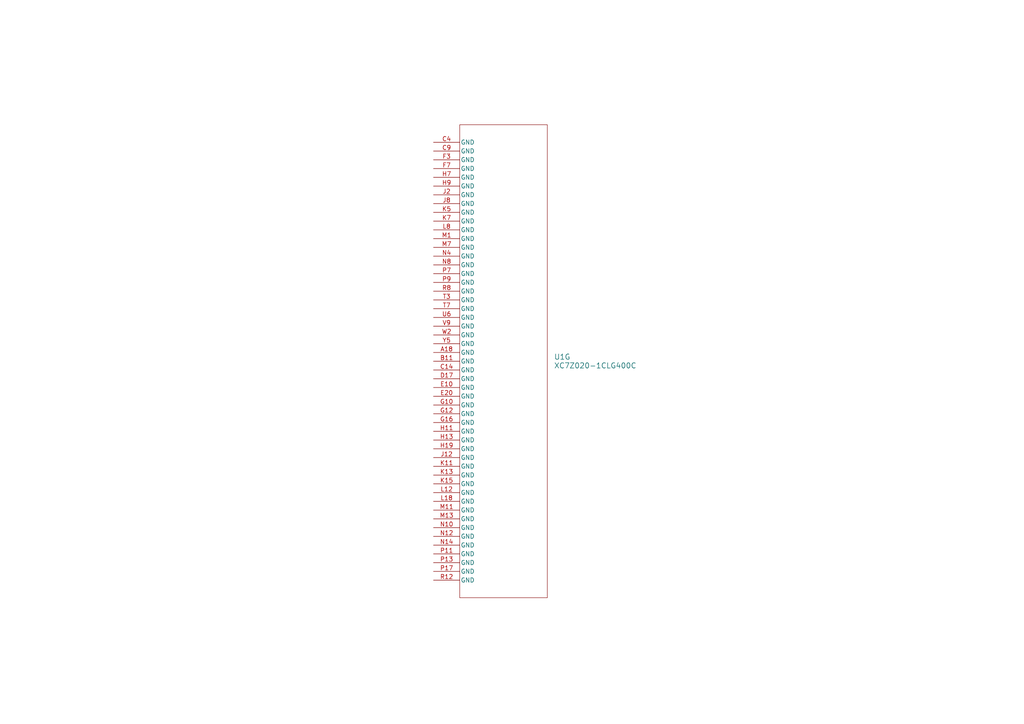
<source format=kicad_sch>
(kicad_sch (version 20231120) (generator "eeschema") (generator_version "8.0")
  (paper "A4")
  (lib_symbols
    (symbol "ZYNC-7020/XC7Z020-1CLG400C:XC7Z020-1CLG400C" (pin_names (offset 0.254))
      (property "Reference" "U" (at 43.18 10.16 0))
      (property "Value" "XC7Z020-1CLG400C" (at 43.18 7.62 0))
      (symbol "XC7Z020-1CLG400C_1_1"
        (polyline (pts (xy 7.62 -91.44) (xy 78.74 -91.44)) (stroke (width 0.127)))
        (polyline (pts (xy 7.62 5.08) (xy 7.62 -91.44)) (stroke (width 0.127)))
        (polyline (pts (xy 78.74 -91.44) (xy 78.74 5.08)) (stroke (width 0.127)))
        (polyline (pts (xy 78.74 5.08) (xy 7.62 5.08)) (stroke (width 0.127)))
        (pin output line (at 86.36 -58.42 180) (length 7.62) (name "PS_DDR_DM0_502") (number "A1"))
        (pin input line (at 0 -12.7 0) (length 7.62) (name "PS_SRST_B_501") (number "B10"))
        (pin output line (at 86.36 -68.58 180) (length 7.62) (name "PS_DDR_DRST_B_502") (number "B4"))
        (pin input line (at 0 -10.16 0) (length 7.62) (name "PS_POR_B_500") (number "C7"))
        (pin output line (at 86.36 -33.02 180) (length 7.62) (name "PS_DDR_A13_502") (number "D4"))
        (pin output line (at 86.36 -30.48 180) (length 7.62) (name "PS_DDR_A12_502") (number "E4"))
        (pin input line (at 0 -7.62 0) (length 7.62) (name "PS_CLK_500") (number "E7"))
        (pin output line (at 86.36 -60.96 180) (length 7.62) (name "PS_DDR_DM1_502") (number "F1"))
        (pin output line (at 86.36 -35.56 180) (length 7.62) (name "PS_DDR_A14_502") (number "F4"))
        (pin output line (at 86.36 -25.4 180) (length 7.62) (name "PS_DDR_A10_502") (number "F5"))
        (pin output line (at 86.36 -86.36 180) (length 7.62) (name "TDO_0") (number "F6"))
        (pin input line (at 0 -15.24 0) (length 7.62) (name "TCK_0") (number "F9"))
        (pin bidirectional line (at 0 -43.18 0) (length 7.62) (name "IO_0_35") (number "G14"))
        (pin output line (at 86.36 -27.94 180) (length 7.62) (name "PS_DDR_A11_502") (number "G4"))
        (pin output line (at 86.36 -76.2 180) (length 7.62) (name "PS_DDR_VRN_502") (number "G5"))
        (pin input line (at 0 -17.78 0) (length 7.62) (name "TDI_0") (number "G6"))
        (pin output line (at 86.36 -78.74 180) (length 7.62) (name "PS_DDR_VRP_502") (number "H5"))
        (pin bidirectional line (at 0 -50.8 0) (length 7.62) (name "IO_25_35") (number "J15"))
        (pin output line (at 86.36 -22.86 180) (length 7.62) (name "PS_DDR_A9_502") (number "J4"))
        (pin output line (at 86.36 -43.18 180) (length 7.62) (name "PS_DDR_BA2_502") (number "J5"))
        (pin input line (at 0 -20.32 0) (length 7.62) (name "TMS_0") (number "J6"))
        (pin output line (at 86.36 -20.32 180) (length 7.62) (name "PS_DDR_A8_502") (number "K1"))
        (pin output line (at 86.36 -2.54 180) (length 7.62) (name "PS_DDR_A1_502") (number "K2"))
        (pin output line (at 86.36 -7.62 180) (length 7.62) (name "PS_DDR_A3_502") (number "K3"))
        (pin output line (at 86.36 -17.78 180) (length 7.62) (name "PS_DDR_A7_502") (number "K4"))
        (pin input line (at 0 -25.4 0) (length 7.62) (name "VP_0") (number "K9"))
        (pin output line (at 86.36 -12.7 180) (length 7.62) (name "PS_DDR_A5_502") (number "L1"))
        (pin input line (at 0 -22.86 0) (length 7.62) (name "VN_0") (number "L10"))
        (pin output line (at 86.36 -53.34 180) (length 7.62) (name "PS_DDR_CKP_502") (number "L2"))
        (pin output line (at 86.36 -15.24 180) (length 7.62) (name "PS_DDR_A6_502") (number "L4"))
        (pin output line (at 86.36 -38.1 180) (length 7.62) (name "PS_DDR_BA0_502") (number "L5"))
        (pin input line (at 0 -5.08 0) (length 7.62) (name "PROGRAM_B_0") (number "L6"))
        (pin unspecified line (at 0 -33.02 0) (length 7.62) (name "DXN_0") (number "M10"))
        (pin output line (at 86.36 -50.8 180) (length 7.62) (name "PS_DDR_CKN_502") (number "M2"))
        (pin output line (at 86.36 -5.08 180) (length 7.62) (name "PS_DDR_A2_502") (number "M3"))
        (pin output line (at 86.36 -10.16 180) (length 7.62) (name "PS_DDR_A4_502") (number "M4"))
        (pin output line (at 86.36 -81.28 180) (length 7.62) (name "PS_DDR_WE_B_502") (number "M5"))
        (pin input line (at 0 0 0) (length 7.62) (name "CFGBVS_0") (number "M6"))
        (pin unspecified line (at 0 -35.56 0) (length 7.62) (name "DXP_0") (number "M9"))
        (pin output line (at 86.36 -55.88 180) (length 7.62) (name "PS_DDR_CS_B_502") (number "N1"))
        (pin output line (at 86.36 0 180) (length 7.62) (name "PS_DDR_A0_502") (number "N2"))
        (pin output line (at 86.36 -48.26 180) (length 7.62) (name "PS_DDR_CKE_502") (number "N3"))
        (pin output line (at 86.36 -71.12 180) (length 7.62) (name "PS_DDR_ODT_502") (number "N5"))
        (pin output line (at 86.36 -73.66 180) (length 7.62) (name "PS_DDR_RAS_B_502") (number "P4"))
        (pin output line (at 86.36 -45.72 180) (length 7.62) (name "PS_DDR_CAS_B_502") (number "P5"))
        (pin bidirectional line (at 0 -2.54 0) (length 7.62) (name "INIT_B_0") (number "R10"))
        (pin bidirectional line (at 0 -30.48 0) (length 7.62) (name "DONE_0") (number "R11"))
        (pin bidirectional line (at 0 -40.64 0) (length 7.62) (name "IO_0_34") (number "R19"))
        (pin output line (at 86.36 -40.64 180) (length 7.62) (name "PS_DDR_BA1_502") (number "R4"))
        (pin output line (at 86.36 -63.5 180) (length 7.62) (name "PS_DDR_DM2_502") (number "T1"))
        (pin bidirectional line (at 0 -48.26 0) (length 7.62) (name "IO_25_34") (number "T19"))
        (pin output line (at 86.36 -66.04 180) (length 7.62) (name "PS_DDR_DM3_502") (number "Y1"))
      )
      (symbol "XC7Z020-1CLG400C_2_1"
        (polyline (pts (xy 7.62 -129.54) (xy 114.3 -129.54)) (stroke (width 0.127)))
        (polyline (pts (xy 7.62 5.08) (xy 7.62 -129.54)) (stroke (width 0.127)))
        (polyline (pts (xy 114.3 -129.54) (xy 114.3 5.08)) (stroke (width 0.127)))
        (polyline (pts (xy 114.3 5.08) (xy 7.62 5.08)) (stroke (width 0.127)))
        (pin bidirectional line (at 121.92 -5.08 180) (length 7.62) (name "IO_L2N_T0_AD8N_35") (number "A20"))
        (pin bidirectional line (at 121.92 -7.62 180) (length 7.62) (name "IO_L2P_T0_AD8P_35") (number "B19"))
        (pin bidirectional line (at 121.92 0 180) (length 7.62) (name "IO_L1N_T0_AD0N_35") (number "B20"))
        (pin bidirectional line (at 121.92 -2.54 180) (length 7.62) (name "IO_L1P_T0_AD0P_35") (number "C20"))
        (pin bidirectional line (at 121.92 -10.16 180) (length 7.62) (name "IO_L3N_T0_DQS_AD1N_35") (number "D18"))
        (pin bidirectional line (at 0 -22.86 0) (length 7.62) (name "IO_L4P_T0_35") (number "D19"))
        (pin bidirectional line (at 0 -17.78 0) (length 7.62) (name "IO_L4N_T0_35") (number "D20"))
        (pin bidirectional line (at 121.92 -12.7 180) (length 7.62) (name "IO_L3P_T0_DQS_AD1P_35") (number "E17"))
        (pin bidirectional line (at 121.92 -17.78 180) (length 7.62) (name "IO_L5P_T0_AD9P_35") (number "E18"))
        (pin bidirectional line (at 121.92 -15.24 180) (length 7.62) (name "IO_L5N_T0_AD9N_35") (number "E19"))
        (pin bidirectional line (at 0 -33.02 0) (length 7.62) (name "IO_L6P_T0_35") (number "F16"))
        (pin bidirectional line (at 121.92 -48.26 180) (length 7.62) (name "IO_L15P_T2_DQS_AD12P_35") (number "F19"))
        (pin bidirectional line (at 121.92 -45.72 180) (length 7.62) (name "IO_L15N_T2_DQS_AD12N_35") (number "F20"))
        (pin bidirectional line (at 121.92 -88.9 180) (length 7.62) (name "IO_L16P_T2_35") (number "G17"))
        (pin bidirectional line (at 121.92 -81.28 180) (length 7.62) (name "IO_L16N_T2_35") (number "G18"))
        (pin bidirectional line (at 121.92 -58.42 180) (length 7.62) (name "IO_L18P_T2_AD13P_35") (number "G19"))
        (pin bidirectional line (at 121.92 -55.88 180) (length 7.62) (name "IO_L18N_T2_AD13N_35") (number "G20"))
        (pin bidirectional line (at 121.92 -116.84 180) (length 7.62) (name "IO_L19P_T3_35") (number "H15"))
        (pin bidirectional line (at 0 -99.06 0) (length 7.62) (name "IO_L13P_T2_MRCC_35") (number "H16"))
        (pin bidirectional line (at 0 -91.44 0) (length 7.62) (name "IO_L13N_T2_MRCC_35") (number "H17"))
        (pin bidirectional line (at 121.92 -40.64 180) (length 7.62) (name "IO_L14N_T2_AD4N_SRCC_35") (number "H18"))
        (pin bidirectional line (at 121.92 -50.8 180) (length 7.62) (name "IO_L17N_T2_AD5N_35") (number "H20"))
        (pin bidirectional line (at 121.92 -60.96 180) (length 7.62) (name "IO_L20N_T3_AD6N_35") (number "J14"))
        (pin bidirectional line (at 121.92 -76.2 180) (length 7.62) (name "IO_L24N_T3_AD15N_35") (number "J16"))
        (pin bidirectional line (at 121.92 -43.18 180) (length 7.62) (name "IO_L14P_T2_AD4P_SRCC_35") (number "J18"))
        (pin bidirectional line (at 121.92 -35.56 180) (length 7.62) (name "IO_L10N_T1_AD11N_35") (number "J19"))
        (pin bidirectional line (at 121.92 -53.34 180) (length 7.62) (name "IO_L17P_T2_AD5P_35") (number "J20"))
        (pin bidirectional line (at 121.92 -63.5 180) (length 7.62) (name "IO_L20P_T3_AD6P_35") (number "K14"))
        (pin bidirectional line (at 121.92 -78.74 180) (length 7.62) (name "IO_L24P_T3_AD15P_35") (number "K16"))
        (pin bidirectional line (at 0 -83.82 0) (length 7.62) (name "IO_L12P_T1_MRCC_35") (number "K17"))
        (pin bidirectional line (at 0 -76.2 0) (length 7.62) (name "IO_L12N_T1_MRCC_35") (number "K18"))
        (pin bidirectional line (at 121.92 -38.1 180) (length 7.62) (name "IO_L10P_T1_AD11P_35") (number "K19"))
        (pin bidirectional line (at 121.92 -73.66 180) (length 7.62) (name "IO_L22P_T3_AD7P_35") (number "L14"))
        (pin bidirectional line (at 121.92 -71.12 180) (length 7.62) (name "IO_L22N_T3_AD7N_35") (number "L15"))
        (pin bidirectional line (at 0 -68.58 0) (length 7.62) (name "IO_L11P_T1_SRCC_35") (number "L16"))
        (pin bidirectional line (at 0 -60.96 0) (length 7.62) (name "IO_L11N_T1_SRCC_35") (number "L17"))
        (pin bidirectional line (at 121.92 -33.02 180) (length 7.62) (name "IO_L9P_T1_DQS_AD3P_35") (number "L19"))
        (pin bidirectional line (at 121.92 -30.48 180) (length 7.62) (name "IO_L9N_T1_DQS_AD3N_35") (number "L20"))
        (pin bidirectional line (at 121.92 -27.94 180) (length 7.62) (name "IO_L8P_T1_AD10P_35") (number "M17"))
        (pin bidirectional line (at 121.92 -25.4 180) (length 7.62) (name "IO_L8N_T1_AD10N_35") (number "M18"))
        (pin bidirectional line (at 121.92 -22.86 180) (length 7.62) (name "IO_L7P_T1_AD2P_35") (number "M19"))
        (pin bidirectional line (at 121.92 -20.32 180) (length 7.62) (name "IO_L7N_T1_AD2N_35") (number "M20"))
        (pin bidirectional line (at 121.92 -68.58 180) (length 7.62) (name "IO_L21P_T3_DQS_AD14P_35") (number "N15"))
        (pin bidirectional line (at 121.92 -66.04 180) (length 7.62) (name "IO_L21N_T3_DQS_AD14N_35") (number "N16"))
        (pin bidirectional line (at 0 -96.52 0) (length 7.62) (name "IO_L13P_T2_MRCC_34") (number "N18"))
        (pin bidirectional line (at 0 -109.22 0) (length 7.62) (name "IO_L14P_T2_SRCC_34") (number "N20"))
        (pin bidirectional line (at 0 -30.48 0) (length 7.62) (name "IO_L6P_T0_34") (number "P14"))
        (pin bidirectional line (at 0 -88.9 0) (length 7.62) (name "IO_L13N_T2_MRCC_34") (number "P19"))
        (pin bidirectional line (at 0 -104.14 0) (length 7.62) (name "IO_L14N_T2_SRCC_34") (number "P20"))
        (pin bidirectional line (at 121.92 -114.3 180) (length 7.62) (name "IO_L19P_T3_34") (number "R16"))
        (pin bidirectional line (at 121.92 -121.92 180) (length 7.62) (name "IO_L20N_T3_34") (number "R18"))
        (pin bidirectional line (at 0 0 0) (length 7.62) (name "IO_L1N_T0_34") (number "T10"))
        (pin bidirectional line (at 0 -2.54 0) (length 7.62) (name "IO_L1P_T0_34") (number "T11"))
        (pin bidirectional line (at 0 -7.62 0) (length 7.62) (name "IO_L2P_T0_34") (number "T12"))
        (pin bidirectional line (at 0 -27.94 0) (length 7.62) (name "IO_L5P_T0_34") (number "T14"))
        (pin bidirectional line (at 0 -25.4 0) (length 7.62) (name "IO_L5N_T0_34") (number "T15"))
        (pin bidirectional line (at 0 -48.26 0) (length 7.62) (name "IO_L9P_T1_DQS_34") (number "T16"))
        (pin bidirectional line (at 0 -119.38 0) (length 7.62) (name "IO_L15P_T2_DQS_34") (number "T20"))
        (pin bidirectional line (at 121.92 -111.76 180) (length 7.62) (name "IO_L19P_T3_13") (number "T5"))
        (pin bidirectional line (at 0 -78.74 0) (length 7.62) (name "IO_L12P_T1_MRCC_13") (number "T9"))
        (pin bidirectional line (at 0 -71.12 0) (length 7.62) (name "IO_L12N_T1_MRCC_13") (number "U10"))
        (pin bidirectional line (at 0 -5.08 0) (length 7.62) (name "IO_L2N_T0_34") (number "U12"))
        (pin bidirectional line (at 0 -12.7 0) (length 7.62) (name "IO_L3P_T0_DQS_PUDC_B_34") (number "U13"))
        (pin bidirectional line (at 0 -66.04 0) (length 7.62) (name "IO_L11P_T1_SRCC_34") (number "U14"))
        (pin bidirectional line (at 0 -58.42 0) (length 7.62) (name "IO_L11N_T1_SRCC_34") (number "U15"))
        (pin bidirectional line (at 0 -45.72 0) (length 7.62) (name "IO_L9N_T1_DQS_34") (number "U17"))
        (pin bidirectional line (at 0 -81.28 0) (length 7.62) (name "IO_L12P_T1_MRCC_34") (number "U18"))
        (pin bidirectional line (at 0 -73.66 0) (length 7.62) (name "IO_L12N_T1_MRCC_34") (number "U19"))
        (pin bidirectional line (at 0 -114.3 0) (length 7.62) (name "IO_L15N_T2_DQS_34") (number "U20"))
        (pin bidirectional line (at 0 -63.5 0) (length 7.62) (name "IO_L11P_T1_SRCC_13") (number "U7"))
        (pin bidirectional line (at 121.92 -91.44 180) (length 7.62) (name "IO_L17N_T2_13") (number "U8"))
        (pin bidirectional line (at 121.92 -96.52 180) (length 7.62) (name "IO_L17P_T2_13") (number "U9"))
        (pin bidirectional line (at 0 -20.32 0) (length 7.62) (name "IO_L4P_T0_34") (number "V12"))
        (pin bidirectional line (at 0 -10.16 0) (length 7.62) (name "IO_L3N_T0_DQS_34") (number "V13"))
        (pin bidirectional line (at 0 -53.34 0) (length 7.62) (name "IO_L10P_T1_34") (number "V15"))
        (pin bidirectional line (at 121.92 -109.22 180) (length 7.62) (name "IO_L18P_T2_34") (number "V16"))
        (pin bidirectional line (at 121.92 -86.36 180) (length 7.62) (name "IO_L16P_T2_34") (number "V20"))
        (pin bidirectional line (at 0 -55.88 0) (length 7.62) (name "IO_L11N_T1_SRCC_13") (number "V7"))
        (pin bidirectional line (at 0 -116.84 0) (length 7.62) (name "IO_L15P_T2_DQS_13") (number "V8"))
        (pin bidirectional line (at 121.92 -83.82 180) (length 7.62) (name "IO_L16P_T2_13") (number "W10"))
        (pin bidirectional line (at 121.92 -106.68 180) (length 7.62) (name "IO_L18P_T2_13") (number "W11"))
        (pin bidirectional line (at 0 -15.24 0) (length 7.62) (name "IO_L4N_T0_34") (number "W13"))
        (pin bidirectional line (at 0 -43.18 0) (length 7.62) (name "IO_L8P_T1_34") (number "W14"))
        (pin bidirectional line (at 0 -50.8 0) (length 7.62) (name "IO_L10N_T1_34") (number "W15"))
        (pin bidirectional line (at 121.92 -104.14 180) (length 7.62) (name "IO_L18N_T2_34") (number "W16"))
        (pin bidirectional line (at 0 -124.46 0) (length 7.62) (name "IO_L16N_T2_34") (number "W20"))
        (pin bidirectional line (at 0 -111.76 0) (length 7.62) (name "IO_L15N_T2_DQS_13") (number "W8"))
        (pin bidirectional line (at 0 -121.92 0) (length 7.62) (name "IO_L16N_T2_13") (number "W9"))
        (pin bidirectional line (at 121.92 -101.6 180) (length 7.62) (name "IO_L18N_T2_13") (number "Y11"))
        (pin bidirectional line (at 121.92 -124.46 180) (length 7.62) (name "IO_L20P_T3_13") (number "Y12"))
        (pin bidirectional line (at 121.92 -119.38 180) (length 7.62) (name "IO_L20N_T3_13") (number "Y13"))
        (pin bidirectional line (at 0 -40.64 0) (length 7.62) (name "IO_L8N_T1_34") (number "Y14"))
        (pin bidirectional line (at 0 -38.1 0) (length 7.62) (name "IO_L7P_T1_34") (number "Y16"))
        (pin bidirectional line (at 0 -35.56 0) (length 7.62) (name "IO_L7N_T1_34") (number "Y17"))
        (pin bidirectional line (at 121.92 -99.06 180) (length 7.62) (name "IO_L17P_T2_34") (number "Y18"))
        (pin bidirectional line (at 121.92 -93.98 180) (length 7.62) (name "IO_L17N_T2_34") (number "Y19"))
        (pin bidirectional line (at 0 -86.36 0) (length 7.62) (name "IO_L13N_T2_MRCC_13") (number "Y6"))
        (pin bidirectional line (at 0 -93.98 0) (length 7.62) (name "IO_L13P_T2_MRCC_13") (number "Y7"))
        (pin bidirectional line (at 0 -101.6 0) (length 7.62) (name "IO_L14N_T2_SRCC_13") (number "Y8"))
        (pin bidirectional line (at 0 -106.68 0) (length 7.62) (name "IO_L14P_T2_SRCC_13") (number "Y9"))
      )
      (symbol "XC7Z020-1CLG400C_3_1"
        (polyline (pts (xy 7.62 -129.54) (xy 88.9 -129.54)) (stroke (width 0.127)))
        (polyline (pts (xy 7.62 5.08) (xy 7.62 -129.54)) (stroke (width 0.127)))
        (polyline (pts (xy 88.9 -129.54) (xy 88.9 5.08)) (stroke (width 0.127)))
        (polyline (pts (xy 88.9 5.08) (xy 7.62 5.08)) (stroke (width 0.127)))
        (pin bidirectional line (at 96.52 -106.68 180) (length 7.62) (name "PS_MIO37_501") (number "A10"))
        (pin bidirectional line (at 96.52 -104.14 180) (length 7.62) (name "PS_MIO36_501") (number "A11"))
        (pin bidirectional line (at 96.52 -99.06 180) (length 7.62) (name "PS_MIO34_501") (number "A12"))
        (pin bidirectional line (at 96.52 -93.98 180) (length 7.62) (name "PS_MIO32_501") (number "A14"))
        (pin bidirectional line (at 96.52 -78.74 180) (length 7.62) (name "PS_MIO26_501") (number "A15"))
        (pin bidirectional line (at 96.52 -73.66 180) (length 7.62) (name "PS_MIO24_501") (number "A16"))
        (pin bidirectional line (at 96.52 -63.5 180) (length 7.62) (name "PS_MIO20_501") (number "A17"))
        (pin bidirectional line (at 96.52 -53.34 180) (length 7.62) (name "PS_MIO16_501") (number "A19"))
        (pin bidirectional line (at 0 -43.18 0) (length 7.62) (name "PS_DDR_DQ2_502") (number "A2"))
        (pin bidirectional line (at 0 -45.72 0) (length 7.62) (name "PS_DDR_DQ3_502") (number "A4"))
        (pin bidirectional line (at 96.52 -27.94 180) (length 7.62) (name "PS_MIO6_500") (number "A5"))
        (pin bidirectional line (at 96.52 -25.4 180) (length 7.62) (name "PS_MIO5_500") (number "A6"))
        (pin bidirectional line (at 96.52 -15.24 180) (length 7.62) (name "PS_MIO1_500") (number "A7"))
        (pin bidirectional line (at 96.52 -121.92 180) (length 7.62) (name "PS_MIO43_501") (number "A9"))
        (pin bidirectional line (at 96.52 -68.58 180) (length 7.62) (name "PS_MIO22_501") (number "B17"))
        (pin bidirectional line (at 96.52 -58.42 180) (length 7.62) (name "PS_MIO18_501") (number "B18"))
        (pin bidirectional line (at 0 -119.38 0) (length 7.62) (name "PS_DDR_DQS_N0_502") (number "B2"))
        (pin bidirectional line (at 0 -40.64 0) (length 7.62) (name "PS_DDR_DQ1_502") (number "B3"))
        (pin bidirectional line (at 96.52 -35.56 180) (length 7.62) (name "PS_MIO9_500") (number "B5"))
        (pin bidirectional line (at 96.52 -22.86 180) (length 7.62) (name "PS_MIO4_500") (number "B7"))
        (pin bidirectional line (at 96.52 -17.78 180) (length 7.62) (name "PS_MIO2_500") (number "B8"))
        (pin bidirectional line (at 0 -53.34 0) (length 7.62) (name "PS_DDR_DQ6_502") (number "C1"))
        (pin bidirectional line (at 96.52 -86.36 180) (length 7.62) (name "PS_MIO29_501") (number "C13"))
        (pin bidirectional line (at 96.52 -88.9 180) (length 7.62) (name "PS_MIO30_501") (number "C15"))
        (pin bidirectional line (at 96.52 -83.82 180) (length 7.62) (name "PS_MIO28_501") (number "C16"))
        (pin bidirectional line (at 96.52 -116.84 180) (length 7.62) (name "PS_MIO41_501") (number "C17"))
        (pin bidirectional line (at 96.52 -111.76 180) (length 7.62) (name "PS_MIO39_501") (number "C18"))
        (pin bidirectional line (at 96.52 -2.54 180) (length 7.62) (name "PS_DDR_DQS_P0_502") (number "C2"))
        (pin bidirectional line (at 0 -38.1 0) (length 7.62) (name "PS_DDR_DQ0_502") (number "C3"))
        (pin bidirectional line (at 96.52 -48.26 180) (length 7.62) (name "PS_MIO14_500") (number "C5"))
        (pin bidirectional line (at 96.52 -40.64 180) (length 7.62) (name "PS_MIO11_500") (number "C6"))
        (pin bidirectional line (at 96.52 -50.8 180) (length 7.62) (name "PS_MIO15_500") (number "C8"))
        (pin bidirectional line (at 0 -50.8 0) (length 7.62) (name "PS_DDR_DQ5_502") (number "D1"))
        (pin bidirectional line (at 96.52 -60.96 180) (length 7.62) (name "PS_MIO19_501") (number "D10"))
        (pin bidirectional line (at 96.52 -71.12 180) (length 7.62) (name "PS_MIO23_501") (number "D11"))
        (pin bidirectional line (at 96.52 -81.28 180) (length 7.62) (name "PS_MIO27_501") (number "D13"))
        (pin bidirectional line (at 96.52 -114.3 180) (length 7.62) (name "PS_MIO40_501") (number "D14"))
        (pin bidirectional line (at 96.52 -96.52 180) (length 7.62) (name "PS_MIO33_501") (number "D15"))
        (pin bidirectional line (at 0 -48.26 0) (length 7.62) (name "PS_DDR_DQ4_502") (number "D3"))
        (pin bidirectional line (at 96.52 -33.02 180) (length 7.62) (name "PS_MIO8_500") (number "D5"))
        (pin bidirectional line (at 96.52 -20.32 180) (length 7.62) (name "PS_MIO3_500") (number "D6"))
        (pin bidirectional line (at 96.52 -30.48 180) (length 7.62) (name "PS_MIO7_500") (number "D8"))
        (pin bidirectional line (at 96.52 -43.18 180) (length 7.62) (name "PS_MIO12_500") (number "D9"))
        (pin bidirectional line (at 0 -55.88 0) (length 7.62) (name "PS_DDR_DQ7_502") (number "E1"))
        (pin bidirectional line (at 96.52 -119.38 180) (length 7.62) (name "PS_MIO42_501") (number "E12"))
        (pin bidirectional line (at 96.52 -109.22 180) (length 7.62) (name "PS_MIO38_501") (number "E13"))
        (pin bidirectional line (at 96.52 -55.88 180) (length 7.62) (name "PS_MIO17_501") (number "E14"))
        (pin bidirectional line (at 96.52 -91.44 180) (length 7.62) (name "PS_MIO31_501") (number "E16"))
        (pin bidirectional line (at 0 -58.42 0) (length 7.62) (name "PS_DDR_DQ8_502") (number "E2"))
        (pin bidirectional line (at 0 -60.96 0) (length 7.62) (name "PS_DDR_DQ9_502") (number "E3"))
        (pin bidirectional line (at 96.52 -12.7 180) (length 7.62) (name "PS_MIO0_500") (number "E6"))
        (pin bidirectional line (at 96.52 -45.72 180) (length 7.62) (name "PS_MIO13_500") (number "E8"))
        (pin bidirectional line (at 96.52 -38.1 180) (length 7.62) (name "PS_MIO10_500") (number "E9"))
        (pin bidirectional line (at 96.52 -101.6 180) (length 7.62) (name "PS_MIO35_501") (number "F12"))
        (pin bidirectional line (at 96.52 -124.46 180) (length 7.62) (name "PS_MIO44_501") (number "F13"))
        (pin bidirectional line (at 96.52 -66.04 180) (length 7.62) (name "PS_MIO21_501") (number "F14"))
        (pin bidirectional line (at 96.52 -76.2 180) (length 7.62) (name "PS_MIO25_501") (number "F15"))
        (pin bidirectional line (at 0 -121.92 0) (length 7.62) (name "PS_DDR_DQS_N1_502") (number "F2"))
        (pin bidirectional line (at 96.52 -5.08 180) (length 7.62) (name "PS_DDR_DQS_P1_502") (number "G2"))
        (pin bidirectional line (at 0 -63.5 0) (length 7.62) (name "PS_DDR_DQ10_502") (number "G3"))
        (pin bidirectional line (at 0 -73.66 0) (length 7.62) (name "PS_DDR_DQ14_502") (number "H1"))
        (pin bidirectional line (at 0 -71.12 0) (length 7.62) (name "PS_DDR_DQ13_502") (number "H2"))
        (pin bidirectional line (at 0 -66.04 0) (length 7.62) (name "PS_DDR_DQ11_502") (number "H3"))
        (pin bidirectional line (at 0 -76.2 0) (length 7.62) (name "PS_DDR_DQ15_502") (number "J1"))
        (pin bidirectional line (at 0 -68.58 0) (length 7.62) (name "PS_DDR_DQ12_502") (number "J3"))
        (pin bidirectional line (at 0 -30.48 0) (length 7.62) (name "IO_L23P_T3_35") (number "M14"))
        (pin bidirectional line (at 0 -25.4 0) (length 7.62) (name "IO_L23N_T3_35") (number "M15"))
        (pin bidirectional line (at 0 -27.94 0) (length 7.62) (name "IO_L23P_T3_34") (number "N17"))
        (pin bidirectional line (at 0 -78.74 0) (length 7.62) (name "PS_DDR_DQ16_502") (number "P1"))
        (pin bidirectional line (at 0 -35.56 0) (length 7.62) (name "IO_L24P_T3_34") (number "P15"))
        (pin bidirectional line (at 0 -33.02 0) (length 7.62) (name "IO_L24N_T3_34") (number "P16"))
        (pin bidirectional line (at 0 -22.86 0) (length 7.62) (name "IO_L23N_T3_34") (number "P18"))
        (pin bidirectional line (at 0 -81.28 0) (length 7.62) (name "PS_DDR_DQ17_502") (number "P3"))
        (pin bidirectional line (at 0 -86.36 0) (length 7.62) (name "PS_DDR_DQ19_502") (number "R1"))
        (pin bidirectional line (at 96.52 -7.62 180) (length 7.62) (name "PS_DDR_DQS_P2_502") (number "R2"))
        (pin bidirectional line (at 0 -83.82 0) (length 7.62) (name "PS_DDR_DQ18_502") (number "R3"))
        (pin bidirectional line (at 0 0 0) (length 7.62) (name "IO_L20P_T3_34") (number "T17"))
        (pin bidirectional line (at 0 -124.46 0) (length 7.62) (name "PS_DDR_DQS_N2_502") (number "T2"))
        (pin bidirectional line (at 0 -88.9 0) (length 7.62) (name "PS_DDR_DQ20_502") (number "T4"))
        (pin bidirectional line (at 0 -93.98 0) (length 7.62) (name "PS_DDR_DQ22_502") (number "U2"))
        (pin bidirectional line (at 0 -96.52 0) (length 7.62) (name "PS_DDR_DQ23_502") (number "U3"))
        (pin bidirectional line (at 0 -91.44 0) (length 7.62) (name "PS_DDR_DQ21_502") (number "U4"))
        (pin bidirectional line (at 0 -99.06 0) (length 7.62) (name "PS_DDR_DQ24_502") (number "V1"))
        (pin bidirectional line (at 0 -2.54 0) (length 7.62) (name "IO_L21N_T3_DQS_13") (number "V10"))
        (pin bidirectional line (at 0 -7.62 0) (length 7.62) (name "IO_L21P_T3_DQS_13") (number "V11"))
        (pin bidirectional line (at 0 -10.16 0) (length 7.62) (name "IO_L21P_T3_DQS_34") (number "V17"))
        (pin bidirectional line (at 0 -5.08 0) (length 7.62) (name "IO_L21N_T3_DQS_34") (number "V18"))
        (pin bidirectional line (at 0 -114.3 0) (length 7.62) (name "PS_DDR_DQ30_502") (number "V2"))
        (pin bidirectional line (at 0 -116.84 0) (length 7.62) (name "PS_DDR_DQ31_502") (number "V3"))
        (pin bidirectional line (at 0 -17.78 0) (length 7.62) (name "IO_L22P_T3_13") (number "V6"))
        (pin bidirectional line (at 0 -104.14 0) (length 7.62) (name "PS_DDR_DQ26_502") (number "W1"))
        (pin bidirectional line (at 0 -20.32 0) (length 7.62) (name "IO_L22P_T3_34") (number "W18"))
        (pin bidirectional line (at 0 -15.24 0) (length 7.62) (name "IO_L22N_T3_34") (number "W19"))
        (pin bidirectional line (at 0 -111.76 0) (length 7.62) (name "PS_DDR_DQ29_502") (number "W3"))
        (pin bidirectional line (at 96.52 0 180) (length 7.62) (name "PS_DDR_DQS_N3_502") (number "W4"))
        (pin bidirectional line (at 96.52 -10.16 180) (length 7.62) (name "PS_DDR_DQS_P3_502") (number "W5"))
        (pin bidirectional line (at 0 -12.7 0) (length 7.62) (name "IO_L22N_T3_13") (number "W6"))
        (pin bidirectional line (at 0 -109.22 0) (length 7.62) (name "PS_DDR_DQ28_502") (number "Y2"))
        (pin bidirectional line (at 0 -101.6 0) (length 7.62) (name "PS_DDR_DQ25_502") (number "Y3"))
        (pin bidirectional line (at 0 -106.68 0) (length 7.62) (name "PS_DDR_DQ27_502") (number "Y4"))
      )
      (symbol "XC7Z020-1CLG400C_4_1"
        (polyline (pts (xy 7.62 -25.4) (xy 43.18 -25.4)) (stroke (width 0.127)))
        (polyline (pts (xy 7.62 5.08) (xy 7.62 -25.4)) (stroke (width 0.127)))
        (polyline (pts (xy 43.18 -25.4) (xy 43.18 5.08)) (stroke (width 0.127)))
        (polyline (pts (xy 43.18 5.08) (xy 7.62 5.08)) (stroke (width 0.127)))
        (pin bidirectional line (at 0 -7.62 0) (length 7.62) (name "PS_MIO48_501") (number "B12"))
        (pin bidirectional line (at 0 -12.7 0) (length 7.62) (name "PS_MIO50_501") (number "B13"))
        (pin bidirectional line (at 0 -5.08 0) (length 7.62) (name "PS_MIO47_501") (number "B14"))
        (pin bidirectional line (at 0 0 0) (length 7.62) (name "PS_MIO45_501") (number "B15"))
        (pin bidirectional line (at 0 -15.24 0) (length 7.62) (name "PS_MIO51_501") (number "B9"))
        (pin bidirectional line (at 0 -17.78 0) (length 7.62) (name "PS_MIO52_501") (number "C10"))
        (pin bidirectional line (at 0 -20.32 0) (length 7.62) (name "PS_MIO53_501") (number "C11"))
        (pin bidirectional line (at 0 -10.16 0) (length 7.62) (name "PS_MIO49_501") (number "C12"))
        (pin bidirectional line (at 0 -2.54 0) (length 7.62) (name "PS_MIO46_501") (number "D16"))
      )
      (symbol "XC7Z020-1CLG400C_5_1"
        (polyline (pts (xy 7.62 -101.6) (xy 53.34 -101.6)) (stroke (width 0.127)))
        (polyline (pts (xy 7.62 7.62) (xy 7.62 -101.6)) (stroke (width 0.127)))
        (polyline (pts (xy 53.34 -101.6) (xy 53.34 7.62)) (stroke (width 0.127)))
        (polyline (pts (xy 53.34 7.62) (xy 7.62 7.62)) (stroke (width 0.127)))
        (pin power_in line (at 0 -25.4 0) (length 7.62) (name "PS_MIO_VREF_501") (number "E11"))
        (pin power_in line (at 0 -60.96 0) (length 7.62) (name "VCCBATT_0") (number "F11"))
        (pin bidirectional line (at 0 -5.08 0) (length 7.62) (name "IO_L6N_T0_VREF_35") (number "F17"))
        (pin power_in line (at 0 -63.5 0) (length 7.62) (name "VCCBRAM") (number "G11"))
        (pin power_in line (at 0 -71.12 0) (length 7.62) (name "VCCINT") (number "G13"))
        (pin bidirectional line (at 0 -12.7 0) (length 7.62) (name "IO_L19N_T3_VREF_35") (number "G15"))
        (pin power_in line (at 0 -66.04 0) (length 7.62) (name "VCCBRAM") (number "H10"))
        (pin power_in line (at 0 -73.66 0) (length 7.62) (name "VCCINT") (number "H12"))
        (pin power_in line (at 0 -17.78 0) (length 7.62) (name "PS_DDR_VREF0_502") (number "H6"))
        (pin power_in line (at 0 -48.26 0) (length 7.62) (name "VCCAUX") (number "J11"))
        (pin power_in line (at 0 -76.2 0) (length 7.62) (name "VCCINT") (number "J13"))
        (pin power_in line (at 0 -40.64 0) (length 7.62) (name "VCCADC_0") (number "J9"))
        (pin power_in line (at 0 -78.74 0) (length 7.62) (name "VCCINT") (number "K12"))
        (pin power_in line (at 0 -96.52 0) (length 7.62) (name "VCCO_0") (number "K6"))
        (pin power_in line (at 0 -50.8 0) (length 7.62) (name "VCCAUX") (number "L11"))
        (pin power_in line (at 0 -81.28 0) (length 7.62) (name "VCCINT") (number "L13"))
        (pin power_in line (at 0 -83.82 0) (length 7.62) (name "VCCINT") (number "M12"))
        (pin power_in line (at 0 -53.34 0) (length 7.62) (name "VCCAUX") (number "N11"))
        (pin power_in line (at 0 -86.36 0) (length 7.62) (name "VCCINT") (number "N13"))
        (pin power_in line (at 0 -35.56 0) (length 7.62) (name "RSVDVCC3") (number "N6"))
        (pin power_in line (at 0 -43.18 0) (length 7.62) (name "VCCAUX") (number "N9"))
        (pin power_in line (at 0 -55.88 0) (length 7.62) (name "VCCAUX") (number "P10"))
        (pin power_in line (at 0 -88.9 0) (length 7.62) (name "VCCINT") (number "P12"))
        (pin power_in line (at 0 -20.32 0) (length 7.62) (name "PS_DDR_VREF1_502") (number "P6"))
        (pin power_in line (at 0 -91.44 0) (length 7.62) (name "VCCINT") (number "R13"))
        (pin bidirectional line (at 0 -2.54 0) (length 7.62) (name "IO_L6N_T0_VREF_34") (number "R14"))
        (pin bidirectional line (at 0 -10.16 0) (length 7.62) (name "IO_L19N_T3_VREF_34") (number "R17"))
        (pin power_in line (at 0 -33.02 0) (length 7.62) (name "RSVDVCC2") (number "R6"))
        (pin power_in line (at 0 -45.72 0) (length 7.62) (name "VCCAUX") (number "R9"))
        (pin power_in line (at 0 -30.48 0) (length 7.62) (name "RSVDVCC1") (number "T6"))
        (pin bidirectional line (at 0 -7.62 0) (length 7.62) (name "IO_L19N_T3_VREF_13") (number "U5"))
        (pin bidirectional line (at 0 0 0) (length 7.62) (name "IO_L6N_T0_VREF_13") (number "V5"))
      )
      (symbol "XC7Z020-1CLG400C_6_1"
        (polyline (pts (xy 7.62 -132.08) (xy 43.18 -132.08)) (stroke (width 0.127)))
        (polyline (pts (xy 7.62 5.08) (xy 7.62 -132.08)) (stroke (width 0.127)))
        (polyline (pts (xy 43.18 -132.08) (xy 43.18 5.08)) (stroke (width 0.127)))
        (polyline (pts (xy 43.18 5.08) (xy 7.62 5.08)) (stroke (width 0.127)))
        (pin power_in line (at 0 -71.12 0) (length 7.62) (name "VCCO_MIO1_501") (number "A13"))
        (pin power_in line (at 0 -40.64 0) (length 7.62) (name "VCCO_DDR_502") (number "A3"))
        (pin power_out line (at 0 -124.46 0) (length 7.62) (name "GND") (number "A8"))
        (pin power_out line (at 0 -127 0) (length 7.62) (name "GND") (number "B1"))
        (pin power_in line (at 0 -73.66 0) (length 7.62) (name "VCCO_MIO1_501") (number "B16"))
        (pin power_in line (at 0 -66.04 0) (length 7.62) (name "VCCO_MIO0_500") (number "B6"))
        (pin power_in line (at 0 -25.4 0) (length 7.62) (name "VCCO_35") (number "C19"))
        (pin power_in line (at 0 -76.2 0) (length 7.62) (name "VCCO_MIO1_501") (number "D12"))
        (pin power_in line (at 0 -43.18 0) (length 7.62) (name "VCCO_DDR_502") (number "D2"))
        (pin power_in line (at 0 -68.58 0) (length 7.62) (name "VCCO_MIO0_500") (number "D7"))
        (pin power_in line (at 0 -78.74 0) (length 7.62) (name "VCCO_MIO1_501") (number "E15"))
        (pin power_in line (at 0 -45.72 0) (length 7.62) (name "VCCO_DDR_502") (number "E5"))
        (pin power_in line (at 0 -27.94 0) (length 7.62) (name "VCCO_35") (number "F18"))
        (pin power_in line (at 0 -83.82 0) (length 7.62) (name "VCCPAUX") (number "F8"))
        (pin power_in line (at 0 -48.26 0) (length 7.62) (name "VCCO_DDR_502") (number "G1"))
        (pin power_in line (at 0 -96.52 0) (length 7.62) (name "VCCPINT") (number "G7"))
        (pin power_in line (at 0 -111.76 0) (length 7.62) (name "VCCPLL") (number "G8"))
        (pin power_in line (at 0 -86.36 0) (length 7.62) (name "VCCPAUX") (number "G9"))
        (pin power_in line (at 0 -30.48 0) (length 7.62) (name "VCCO_35") (number "H14"))
        (pin power_in line (at 0 -50.8 0) (length 7.62) (name "VCCO_DDR_502") (number "H4"))
        (pin power_in line (at 0 -88.9 0) (length 7.62) (name "VCCPAUX") (number "H8"))
        (pin power_in line (at 0 -33.02 0) (length 7.62) (name "VCCO_35") (number "J17"))
        (pin power_in line (at 0 -99.06 0) (length 7.62) (name "VCCPINT") (number "J7"))
        (pin power_in line (at 0 -116.84 0) (length 7.62) (name "VREFN_0") (number "K10"))
        (pin power_in line (at 0 -35.56 0) (length 7.62) (name "VCCO_35") (number "K20"))
        (pin power_in line (at 0 -91.44 0) (length 7.62) (name "VCCPAUX") (number "K8"))
        (pin power_in line (at 0 -53.34 0) (length 7.62) (name "VCCO_DDR_502") (number "L3"))
        (pin power_in line (at 0 -101.6 0) (length 7.62) (name "VCCPINT") (number "L7"))
        (pin power_in line (at 0 -119.38 0) (length 7.62) (name "VREFP_0") (number "L9"))
        (pin power_in line (at 0 -38.1 0) (length 7.62) (name "VCCO_35") (number "M16"))
        (pin power_in line (at 0 -93.98 0) (length 7.62) (name "VCCPAUX") (number "M8"))
        (pin power_in line (at 0 -10.16 0) (length 7.62) (name "VCCO_34") (number "N19"))
        (pin power_in line (at 0 -104.14 0) (length 7.62) (name "VCCPINT") (number "N7"))
        (pin power_in line (at 0 -55.88 0) (length 7.62) (name "VCCO_DDR_502") (number "P2"))
        (pin power_in line (at 0 -106.68 0) (length 7.62) (name "VCCPINT") (number "P8"))
        (pin power_in line (at 0 -12.7 0) (length 7.62) (name "VCCO_34") (number "R15"))
        (pin power_in line (at 0 -58.42 0) (length 7.62) (name "VCCO_DDR_502") (number "R5"))
        (pin power_in line (at 0 -109.22 0) (length 7.62) (name "VCCPINT") (number "R7"))
        (pin power_in line (at 0 -15.24 0) (length 7.62) (name "VCCO_34") (number "T18"))
        (pin power_in line (at 0 0 0) (length 7.62) (name "VCCO_13") (number "T8"))
        (pin power_in line (at 0 -60.96 0) (length 7.62) (name "VCCO_DDR_502") (number "U1"))
        (pin power_in line (at 0 -5.08 0) (length 7.62) (name "VCCO_13") (number "U11"))
        (pin power_in line (at 0 -17.78 0) (length 7.62) (name "VCCO_34") (number "V14"))
        (pin power_in line (at 0 -63.5 0) (length 7.62) (name "VCCO_DDR_502") (number "V4"))
        (pin power_in line (at 0 -20.32 0) (length 7.62) (name "VCCO_34") (number "W17"))
        (pin power_in line (at 0 -2.54 0) (length 7.62) (name "VCCO_13") (number "W7"))
        (pin power_in line (at 0 -7.62 0) (length 7.62) (name "VCCO_13") (number "Y10"))
        (pin power_in line (at 0 -22.86 0) (length 7.62) (name "VCCO_34") (number "Y20"))
      )
      (symbol "XC7Z020-1CLG400C_7_1"
        (polyline (pts (xy 7.62 -132.08) (xy 33.02 -132.08)) (stroke (width 0.127)))
        (polyline (pts (xy 7.62 5.08) (xy 7.62 -132.08)) (stroke (width 0.127)))
        (polyline (pts (xy 33.02 -132.08) (xy 33.02 5.08)) (stroke (width 0.127)))
        (polyline (pts (xy 33.02 5.08) (xy 7.62 5.08)) (stroke (width 0.127)))
        (pin power_out line (at 0 -60.96 0) (length 7.62) (name "GND") (number "A18"))
        (pin power_out line (at 0 -63.5 0) (length 7.62) (name "GND") (number "B11"))
        (pin power_out line (at 0 -66.04 0) (length 7.62) (name "GND") (number "C14"))
        (pin power_out line (at 0 0 0) (length 7.62) (name "GND") (number "C4"))
        (pin power_out line (at 0 -2.54 0) (length 7.62) (name "GND") (number "C9"))
        (pin power_out line (at 0 -68.58 0) (length 7.62) (name "GND") (number "D17"))
        (pin power_out line (at 0 -71.12 0) (length 7.62) (name "GND") (number "E10"))
        (pin power_out line (at 0 -73.66 0) (length 7.62) (name "GND") (number "E20"))
        (pin power_out line (at 0 -5.08 0) (length 7.62) (name "GND") (number "F3"))
        (pin power_out line (at 0 -7.62 0) (length 7.62) (name "GND") (number "F7"))
        (pin power_out line (at 0 -76.2 0) (length 7.62) (name "GND") (number "G10"))
        (pin power_out line (at 0 -78.74 0) (length 7.62) (name "GND") (number "G12"))
        (pin power_out line (at 0 -81.28 0) (length 7.62) (name "GND") (number "G16"))
        (pin power_out line (at 0 -83.82 0) (length 7.62) (name "GND") (number "H11"))
        (pin power_out line (at 0 -86.36 0) (length 7.62) (name "GND") (number "H13"))
        (pin power_out line (at 0 -88.9 0) (length 7.62) (name "GND") (number "H19"))
        (pin power_out line (at 0 -10.16 0) (length 7.62) (name "GND") (number "H7"))
        (pin power_out line (at 0 -12.7 0) (length 7.62) (name "GND") (number "H9"))
        (pin power_out line (at 0 -91.44 0) (length 7.62) (name "GND") (number "J12"))
        (pin power_out line (at 0 -15.24 0) (length 7.62) (name "GND") (number "J2"))
        (pin power_out line (at 0 -17.78 0) (length 7.62) (name "GND") (number "J8"))
        (pin power_out line (at 0 -93.98 0) (length 7.62) (name "GND") (number "K11"))
        (pin power_out line (at 0 -96.52 0) (length 7.62) (name "GND") (number "K13"))
        (pin power_out line (at 0 -99.06 0) (length 7.62) (name "GND") (number "K15"))
        (pin power_out line (at 0 -20.32 0) (length 7.62) (name "GND") (number "K5"))
        (pin power_out line (at 0 -22.86 0) (length 7.62) (name "GND") (number "K7"))
        (pin power_out line (at 0 -101.6 0) (length 7.62) (name "GND") (number "L12"))
        (pin power_out line (at 0 -104.14 0) (length 7.62) (name "GND") (number "L18"))
        (pin power_out line (at 0 -25.4 0) (length 7.62) (name "GND") (number "L8"))
        (pin power_out line (at 0 -27.94 0) (length 7.62) (name "GND") (number "M1"))
        (pin power_out line (at 0 -106.68 0) (length 7.62) (name "GND") (number "M11"))
        (pin power_out line (at 0 -109.22 0) (length 7.62) (name "GND") (number "M13"))
        (pin power_out line (at 0 -30.48 0) (length 7.62) (name "GND") (number "M7"))
        (pin power_out line (at 0 -111.76 0) (length 7.62) (name "GND") (number "N10"))
        (pin power_out line (at 0 -114.3 0) (length 7.62) (name "GND") (number "N12"))
        (pin power_out line (at 0 -116.84 0) (length 7.62) (name "GND") (number "N14"))
        (pin power_out line (at 0 -33.02 0) (length 7.62) (name "GND") (number "N4"))
        (pin power_out line (at 0 -35.56 0) (length 7.62) (name "GND") (number "N8"))
        (pin power_out line (at 0 -119.38 0) (length 7.62) (name "GND") (number "P11"))
        (pin power_out line (at 0 -121.92 0) (length 7.62) (name "GND") (number "P13"))
        (pin power_out line (at 0 -124.46 0) (length 7.62) (name "GND") (number "P17"))
        (pin power_out line (at 0 -38.1 0) (length 7.62) (name "GND") (number "P7"))
        (pin power_out line (at 0 -40.64 0) (length 7.62) (name "GND") (number "P9"))
        (pin power_out line (at 0 -127 0) (length 7.62) (name "GND") (number "R12"))
        (pin power_out line (at 0 -43.18 0) (length 7.62) (name "GND") (number "R8"))
        (pin power_out line (at 0 -45.72 0) (length 7.62) (name "GND") (number "T3"))
        (pin power_out line (at 0 -48.26 0) (length 7.62) (name "GND") (number "T7"))
        (pin power_out line (at 0 -50.8 0) (length 7.62) (name "GND") (number "U6"))
        (pin power_out line (at 0 -53.34 0) (length 7.62) (name "GND") (number "V9"))
        (pin power_out line (at 0 -55.88 0) (length 7.62) (name "GND") (number "W2"))
        (pin power_out line (at 0 -58.42 0) (length 7.62) (name "GND") (number "Y5"))
      )
      (symbol "XC7Z020-1CLG400C_8_1"
        (polyline (pts (xy 7.62 -25.4) (xy 33.02 -25.4)) (stroke (width 0.127)))
        (polyline (pts (xy 7.62 5.08) (xy 7.62 -25.4)) (stroke (width 0.127)))
        (polyline (pts (xy 33.02 -25.4) (xy 33.02 5.08)) (stroke (width 0.127)))
        (polyline (pts (xy 33.02 5.08) (xy 7.62 5.08)) (stroke (width 0.127)))
        (pin power_out line (at 0 -20.32 0) (length 7.62) (name "RSVDGND") (number "F10"))
        (pin power_out line (at 0 -15.24 0) (length 7.62) (name "GNDADC_0") (number "J10"))
        (pin power_out line (at 0 0 0) (length 7.62) (name "GND") (number "R20"))
        (pin power_out line (at 0 -2.54 0) (length 7.62) (name "GND") (number "T13"))
        (pin power_out line (at 0 -5.08 0) (length 7.62) (name "GND") (number "U16"))
        (pin power_out line (at 0 -7.62 0) (length 7.62) (name "GND") (number "V19"))
        (pin power_out line (at 0 -10.16 0) (length 7.62) (name "GND") (number "W12"))
        (pin power_out line (at 0 -12.7 0) (length 7.62) (name "GND") (number "Y15"))
      )
    )
  )
  (symbol (lib_id "ZYNC-7020/XC7Z020-1CLG400C:XC7Z020-1CLG400C") (at 125.73 41.275 0) (unit 7)
    (property "Reference" "U1" (at 160.655 103.5049 0) (effects (font (size 1.524 1.524)) (justify left)))
    (property "Value" "XC7Z020-1CLG400C" (at 160.655 106.0449 0) (effects (font (size 1.524 1.524)) (justify left)))
    (property "Footprint" "ul_XC7Z020-1CLG400C:CLG400_ZYNQ-7000_XIL-L" (effects (hide yes)))
    (property "Datasheet" "XC7Z020-1CLG400C" (effects (hide yes)))
  )
)
</source>
